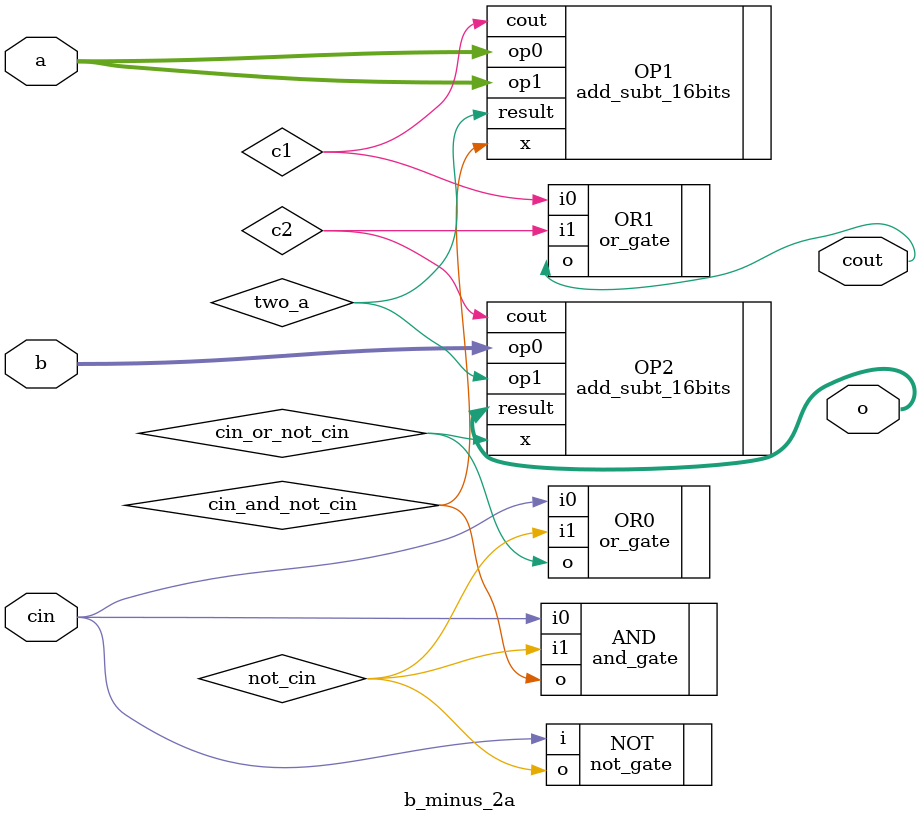
<source format=v>
`timescale 1ns / 1ps


module b_minus_2a(a, b, cin, cout, o);
    input   wire    [15:0]  a,b;
    input   wire    cin;
    output  wire    [15:0]  o;
    output  wire    cout;
            wire    c1, c2, two_a;        
     
    
    not_gate NOT (.i(cin), .o(not_cin));
            
    and_gate AND (.i0(cin), .i1(not_cin), .o(cin_and_not_cin)); // 0
            
    or_gate OR0 (.i0(cin), .i1(not_cin), .o(cin_or_not_cin)); // 1

    add_subt_16bits OP1 (.op0(a), .op1(a), .x(cin_and_not_cin), .cout(c1), .result(two_a));
    add_subt_16bits OP2 (.op0(b), .op1(two_a), .x(cin_or_not_cin), .cout(c2), .result(o));   
    
    or_gate OR1 (.i0(c1), .i1(c2), .o(cout));
endmodule
</source>
